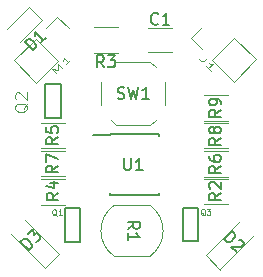
<source format=gbr>
G04 #@! TF.GenerationSoftware,KiCad,Pcbnew,(2017-06-21 revision 375ec9f)-master*
G04 #@! TF.CreationDate,2017-08-16T22:12:41-04:00*
G04 #@! TF.ProjectId,light_reactive_nodes,6C696768745F72656163746976655F6E,rev?*
G04 #@! TF.SameCoordinates,Original
G04 #@! TF.FileFunction,Legend,Top*
G04 #@! TF.FilePolarity,Positive*
%FSLAX46Y46*%
G04 Gerber Fmt 4.6, Leading zero omitted, Abs format (unit mm)*
G04 Created by KiCad (PCBNEW (2017-06-21 revision 375ec9f)-master) date Wed Aug 16 22:12:41 2017*
%MOMM*%
%LPD*%
G01*
G04 APERTURE LIST*
%ADD10C,0.100000*%
%ADD11C,0.120000*%
%ADD12C,0.150000*%
%ADD13C,0.152400*%
%ADD14C,0.125000*%
%ADD15C,0.050000*%
G04 APERTURE END LIST*
D10*
D11*
X103486522Y-118432574D02*
X101648045Y-120271051D01*
X101648045Y-120271051D02*
X103528949Y-122151955D01*
X103528949Y-122151955D02*
X105367426Y-120313478D01*
X105367426Y-120313478D02*
X103486522Y-118432574D01*
X104384548Y-117534548D02*
X105325000Y-116594096D01*
X105325000Y-116594096D02*
X106265452Y-117534548D01*
D12*
X109750000Y-126575000D02*
X108350000Y-126575000D01*
X109750000Y-131675000D02*
X113900000Y-131675000D01*
X109750000Y-126525000D02*
X113900000Y-126525000D01*
X109750000Y-131675000D02*
X109750000Y-131530000D01*
X113900000Y-131675000D02*
X113900000Y-131530000D01*
X113900000Y-126525000D02*
X113900000Y-126670000D01*
X109750000Y-126525000D02*
X109750000Y-126575000D01*
D11*
X110080487Y-132581751D02*
G75*
G03X110125000Y-136850000I1544513J-2118249D01*
G01*
X113153234Y-136865526D02*
G75*
G03X113175000Y-132550000I-1528234J2165526D01*
G01*
X113175000Y-136850000D02*
X110125000Y-136850000D01*
X113175000Y-132550000D02*
X110125000Y-132550000D01*
X118432574Y-120238478D02*
X120271051Y-122076955D01*
X120271051Y-122076955D02*
X122151955Y-120196051D01*
X122151955Y-120196051D02*
X120313478Y-118357574D01*
X120313478Y-118357574D02*
X118432574Y-120238478D01*
X117534548Y-119340452D02*
X116594096Y-118400000D01*
X116594096Y-118400000D02*
X117534548Y-117459548D01*
X117881192Y-136791726D02*
X119083274Y-137993808D01*
X119118629Y-137958452D02*
X121982412Y-135094670D01*
X117916548Y-136756371D02*
X120780330Y-133892588D01*
X103925000Y-127955000D02*
X105925000Y-127955000D01*
X105925000Y-130095000D02*
X103925000Y-130095000D01*
X110300000Y-125775000D02*
X109850000Y-125325000D01*
X109050000Y-124075000D02*
X109050000Y-122075000D01*
X109850000Y-120825000D02*
X110300000Y-120375000D01*
X110300000Y-120375000D02*
X113200000Y-120375000D01*
X113200000Y-120375000D02*
X113650000Y-120825000D01*
X114450000Y-122075000D02*
X114450000Y-124075000D01*
X113650000Y-125325000D02*
X113200000Y-125775000D01*
X113200000Y-125775000D02*
X110300000Y-125775000D01*
X117725000Y-123230000D02*
X119725000Y-123230000D01*
X119725000Y-125370000D02*
X117725000Y-125370000D01*
D13*
X104264600Y-122302600D02*
X105585400Y-122302600D01*
X105585400Y-122302600D02*
X105585400Y-125147400D01*
X105585400Y-125147400D02*
X104264600Y-125147400D01*
X104264600Y-125147400D02*
X104264600Y-122302600D01*
D11*
X104022056Y-116884315D02*
X102890685Y-115752944D01*
X102890685Y-115752944D02*
X101052208Y-117591421D01*
X104022056Y-116884315D02*
X102183579Y-118722792D01*
X104266726Y-137868808D02*
X105468808Y-136666726D01*
X105433452Y-136631371D02*
X102569670Y-133767588D01*
X104231371Y-137833452D02*
X101367588Y-134969670D01*
X119725000Y-132420000D02*
X117725000Y-132420000D01*
X117725000Y-130280000D02*
X119725000Y-130280000D01*
X103950000Y-130355000D02*
X105950000Y-130355000D01*
X105950000Y-132495000D02*
X103950000Y-132495000D01*
X105925000Y-127695000D02*
X103925000Y-127695000D01*
X103925000Y-125555000D02*
X105925000Y-125555000D01*
X117725000Y-127980000D02*
X119725000Y-127980000D01*
X119725000Y-130120000D02*
X117725000Y-130120000D01*
X117725000Y-125580000D02*
X119725000Y-125580000D01*
X119725000Y-127720000D02*
X117725000Y-127720000D01*
D13*
X105939600Y-132802600D02*
X107260400Y-132802600D01*
X107260400Y-132802600D02*
X107260400Y-135647400D01*
X107260400Y-135647400D02*
X105939600Y-135647400D01*
X105939600Y-135647400D02*
X105939600Y-132802600D01*
X117235400Y-132752600D02*
X117235400Y-135597400D01*
X115914600Y-132752600D02*
X117235400Y-132752600D01*
X115914600Y-135597400D02*
X115914600Y-132752600D01*
X117235400Y-135597400D02*
X115914600Y-135597400D01*
D11*
X110425000Y-119620000D02*
X108425000Y-119620000D01*
X108425000Y-117480000D02*
X110425000Y-117480000D01*
X113025000Y-119570000D02*
X115025000Y-119570000D01*
X115025000Y-117530000D02*
X113025000Y-117530000D01*
D14*
X105237521Y-121382360D02*
X104883967Y-121028807D01*
X105372208Y-121045643D01*
X105355372Y-120557402D01*
X105708925Y-120910956D01*
X106416032Y-120203849D02*
X106011971Y-120607910D01*
X106214001Y-120405879D02*
X105860448Y-120052326D01*
X105843612Y-120170177D01*
X105809940Y-120271192D01*
X105759433Y-120355372D01*
D12*
X110963095Y-128552380D02*
X110963095Y-129361904D01*
X111010714Y-129457142D01*
X111058333Y-129504761D01*
X111153571Y-129552380D01*
X111344047Y-129552380D01*
X111439285Y-129504761D01*
X111486904Y-129457142D01*
X111534523Y-129361904D01*
X111534523Y-128552380D01*
X112534523Y-129552380D02*
X111963095Y-129552380D01*
X112248809Y-129552380D02*
X112248809Y-128552380D01*
X112153571Y-128695238D01*
X112058333Y-128790476D01*
X111963095Y-128838095D01*
X111272619Y-134533333D02*
X111748809Y-134200000D01*
X111272619Y-133961904D02*
X112272619Y-133961904D01*
X112272619Y-134342857D01*
X112225000Y-134438095D01*
X112177380Y-134485714D01*
X112082142Y-134533333D01*
X111939285Y-134533333D01*
X111844047Y-134485714D01*
X111796428Y-134438095D01*
X111748809Y-134342857D01*
X111748809Y-133961904D01*
X111272619Y-135485714D02*
X111272619Y-134914285D01*
X111272619Y-135200000D02*
X112272619Y-135200000D01*
X112129761Y-135104761D01*
X112034523Y-135009523D01*
X111986904Y-134914285D01*
D14*
X117957910Y-120095685D02*
X117705372Y-120348223D01*
X117621192Y-120365059D01*
X117520177Y-120331387D01*
X117402326Y-120247208D01*
X117334982Y-120179864D01*
X118311463Y-121156345D02*
X117907402Y-120752284D01*
X118109433Y-120954314D02*
X118462986Y-120600761D01*
X118345135Y-120583925D01*
X118244120Y-120550253D01*
X118159940Y-120499746D01*
D12*
X119408206Y-135422969D02*
X120115312Y-134715862D01*
X120283671Y-134884221D01*
X120351015Y-135018908D01*
X120351015Y-135153595D01*
X120317343Y-135254610D01*
X120216328Y-135422969D01*
X120115312Y-135523984D01*
X119946954Y-135625000D01*
X119845938Y-135658671D01*
X119711251Y-135658671D01*
X119576564Y-135591328D01*
X119408206Y-135422969D01*
X120721404Y-135456641D02*
X120788748Y-135456641D01*
X120889763Y-135490312D01*
X121058122Y-135658671D01*
X121091793Y-135759687D01*
X121091793Y-135827030D01*
X121058122Y-135928045D01*
X120990778Y-135995389D01*
X120856091Y-136062732D01*
X120047969Y-136062732D01*
X120485702Y-136500465D01*
X105377380Y-129191666D02*
X104901190Y-129525000D01*
X105377380Y-129763095D02*
X104377380Y-129763095D01*
X104377380Y-129382142D01*
X104425000Y-129286904D01*
X104472619Y-129239285D01*
X104567857Y-129191666D01*
X104710714Y-129191666D01*
X104805952Y-129239285D01*
X104853571Y-129286904D01*
X104901190Y-129382142D01*
X104901190Y-129763095D01*
X104377380Y-128858333D02*
X104377380Y-128191666D01*
X105377380Y-128620238D01*
X110416666Y-123479761D02*
X110559523Y-123527380D01*
X110797619Y-123527380D01*
X110892857Y-123479761D01*
X110940476Y-123432142D01*
X110988095Y-123336904D01*
X110988095Y-123241666D01*
X110940476Y-123146428D01*
X110892857Y-123098809D01*
X110797619Y-123051190D01*
X110607142Y-123003571D01*
X110511904Y-122955952D01*
X110464285Y-122908333D01*
X110416666Y-122813095D01*
X110416666Y-122717857D01*
X110464285Y-122622619D01*
X110511904Y-122575000D01*
X110607142Y-122527380D01*
X110845238Y-122527380D01*
X110988095Y-122575000D01*
X111321428Y-122527380D02*
X111559523Y-123527380D01*
X111750000Y-122813095D01*
X111940476Y-123527380D01*
X112178571Y-122527380D01*
X113083333Y-123527380D02*
X112511904Y-123527380D01*
X112797619Y-123527380D02*
X112797619Y-122527380D01*
X112702380Y-122670238D01*
X112607142Y-122765476D01*
X112511904Y-122813095D01*
X119177380Y-124466666D02*
X118701190Y-124800000D01*
X119177380Y-125038095D02*
X118177380Y-125038095D01*
X118177380Y-124657142D01*
X118225000Y-124561904D01*
X118272619Y-124514285D01*
X118367857Y-124466666D01*
X118510714Y-124466666D01*
X118605952Y-124514285D01*
X118653571Y-124561904D01*
X118701190Y-124657142D01*
X118701190Y-125038095D01*
X119177380Y-123990476D02*
X119177380Y-123800000D01*
X119129761Y-123704761D01*
X119082142Y-123657142D01*
X118939285Y-123561904D01*
X118748809Y-123514285D01*
X118367857Y-123514285D01*
X118272619Y-123561904D01*
X118225000Y-123609523D01*
X118177380Y-123704761D01*
X118177380Y-123895238D01*
X118225000Y-123990476D01*
X118272619Y-124038095D01*
X118367857Y-124085714D01*
X118605952Y-124085714D01*
X118701190Y-124038095D01*
X118748809Y-123990476D01*
X118796428Y-123895238D01*
X118796428Y-123704761D01*
X118748809Y-123609523D01*
X118701190Y-123561904D01*
X118605952Y-123514285D01*
D15*
X102823018Y-123895307D02*
X102775365Y-123990615D01*
X102680057Y-124085922D01*
X102537095Y-124228884D01*
X102489442Y-124324191D01*
X102489442Y-124419499D01*
X102727711Y-124371845D02*
X102680057Y-124467153D01*
X102584749Y-124562460D01*
X102394134Y-124610114D01*
X102060557Y-124610114D01*
X101869942Y-124562460D01*
X101774635Y-124467153D01*
X101726981Y-124371845D01*
X101726981Y-124181230D01*
X101774635Y-124085922D01*
X101869942Y-123990615D01*
X102060557Y-123942961D01*
X102394134Y-123942961D01*
X102584749Y-123990615D01*
X102680057Y-124085922D01*
X102727711Y-124181230D01*
X102727711Y-124371845D01*
X101822288Y-123561730D02*
X101774635Y-123514077D01*
X101726981Y-123418769D01*
X101726981Y-123180500D01*
X101774635Y-123085192D01*
X101822288Y-123037539D01*
X101917596Y-122989885D01*
X102012904Y-122989885D01*
X102155865Y-123037539D01*
X102727711Y-123609384D01*
X102727711Y-122989885D01*
D12*
X103254340Y-119423164D02*
X102547233Y-118716058D01*
X102715592Y-118547699D01*
X102850279Y-118480355D01*
X102984966Y-118480355D01*
X103085981Y-118514027D01*
X103254340Y-118615042D01*
X103355355Y-118716058D01*
X103456371Y-118884416D01*
X103490042Y-118985432D01*
X103490042Y-119120119D01*
X103422699Y-119254806D01*
X103254340Y-119423164D01*
X104331836Y-118345668D02*
X103927775Y-118749729D01*
X104129806Y-118547699D02*
X103422699Y-117840592D01*
X103456371Y-118008951D01*
X103456371Y-118143638D01*
X103422699Y-118244653D01*
X102897969Y-136341793D02*
X102190862Y-135634687D01*
X102359221Y-135466328D01*
X102493908Y-135398984D01*
X102628595Y-135398984D01*
X102729610Y-135432656D01*
X102897969Y-135533671D01*
X102998984Y-135634687D01*
X103099999Y-135803045D01*
X103133671Y-135904061D01*
X103133671Y-136038748D01*
X103066328Y-136173435D01*
X102897969Y-136341793D01*
X102830625Y-134994923D02*
X103268358Y-134557190D01*
X103302030Y-135062267D01*
X103403045Y-134961251D01*
X103504061Y-134927580D01*
X103571404Y-134927580D01*
X103672419Y-134961251D01*
X103840778Y-135129610D01*
X103874450Y-135230625D01*
X103874450Y-135297969D01*
X103840778Y-135398984D01*
X103638748Y-135601015D01*
X103537732Y-135634687D01*
X103470389Y-135634687D01*
X119177380Y-131516666D02*
X118701190Y-131850000D01*
X119177380Y-132088095D02*
X118177380Y-132088095D01*
X118177380Y-131707142D01*
X118225000Y-131611904D01*
X118272619Y-131564285D01*
X118367857Y-131516666D01*
X118510714Y-131516666D01*
X118605952Y-131564285D01*
X118653571Y-131611904D01*
X118701190Y-131707142D01*
X118701190Y-132088095D01*
X118272619Y-131135714D02*
X118225000Y-131088095D01*
X118177380Y-130992857D01*
X118177380Y-130754761D01*
X118225000Y-130659523D01*
X118272619Y-130611904D01*
X118367857Y-130564285D01*
X118463095Y-130564285D01*
X118605952Y-130611904D01*
X119177380Y-131183333D01*
X119177380Y-130564285D01*
X105402380Y-131491666D02*
X104926190Y-131825000D01*
X105402380Y-132063095D02*
X104402380Y-132063095D01*
X104402380Y-131682142D01*
X104450000Y-131586904D01*
X104497619Y-131539285D01*
X104592857Y-131491666D01*
X104735714Y-131491666D01*
X104830952Y-131539285D01*
X104878571Y-131586904D01*
X104926190Y-131682142D01*
X104926190Y-132063095D01*
X104735714Y-130634523D02*
X105402380Y-130634523D01*
X104354761Y-130872619D02*
X105069047Y-131110714D01*
X105069047Y-130491666D01*
X105377380Y-126791666D02*
X104901190Y-127125000D01*
X105377380Y-127363095D02*
X104377380Y-127363095D01*
X104377380Y-126982142D01*
X104425000Y-126886904D01*
X104472619Y-126839285D01*
X104567857Y-126791666D01*
X104710714Y-126791666D01*
X104805952Y-126839285D01*
X104853571Y-126886904D01*
X104901190Y-126982142D01*
X104901190Y-127363095D01*
X104377380Y-125886904D02*
X104377380Y-126363095D01*
X104853571Y-126410714D01*
X104805952Y-126363095D01*
X104758333Y-126267857D01*
X104758333Y-126029761D01*
X104805952Y-125934523D01*
X104853571Y-125886904D01*
X104948809Y-125839285D01*
X105186904Y-125839285D01*
X105282142Y-125886904D01*
X105329761Y-125934523D01*
X105377380Y-126029761D01*
X105377380Y-126267857D01*
X105329761Y-126363095D01*
X105282142Y-126410714D01*
X119177380Y-129216666D02*
X118701190Y-129550000D01*
X119177380Y-129788095D02*
X118177380Y-129788095D01*
X118177380Y-129407142D01*
X118225000Y-129311904D01*
X118272619Y-129264285D01*
X118367857Y-129216666D01*
X118510714Y-129216666D01*
X118605952Y-129264285D01*
X118653571Y-129311904D01*
X118701190Y-129407142D01*
X118701190Y-129788095D01*
X118177380Y-128359523D02*
X118177380Y-128550000D01*
X118225000Y-128645238D01*
X118272619Y-128692857D01*
X118415476Y-128788095D01*
X118605952Y-128835714D01*
X118986904Y-128835714D01*
X119082142Y-128788095D01*
X119129761Y-128740476D01*
X119177380Y-128645238D01*
X119177380Y-128454761D01*
X119129761Y-128359523D01*
X119082142Y-128311904D01*
X118986904Y-128264285D01*
X118748809Y-128264285D01*
X118653571Y-128311904D01*
X118605952Y-128359523D01*
X118558333Y-128454761D01*
X118558333Y-128645238D01*
X118605952Y-128740476D01*
X118653571Y-128788095D01*
X118748809Y-128835714D01*
X119177380Y-126841666D02*
X118701190Y-127175000D01*
X119177380Y-127413095D02*
X118177380Y-127413095D01*
X118177380Y-127032142D01*
X118225000Y-126936904D01*
X118272619Y-126889285D01*
X118367857Y-126841666D01*
X118510714Y-126841666D01*
X118605952Y-126889285D01*
X118653571Y-126936904D01*
X118701190Y-127032142D01*
X118701190Y-127413095D01*
X118605952Y-126270238D02*
X118558333Y-126365476D01*
X118510714Y-126413095D01*
X118415476Y-126460714D01*
X118367857Y-126460714D01*
X118272619Y-126413095D01*
X118225000Y-126365476D01*
X118177380Y-126270238D01*
X118177380Y-126079761D01*
X118225000Y-125984523D01*
X118272619Y-125936904D01*
X118367857Y-125889285D01*
X118415476Y-125889285D01*
X118510714Y-125936904D01*
X118558333Y-125984523D01*
X118605952Y-126079761D01*
X118605952Y-126270238D01*
X118653571Y-126365476D01*
X118701190Y-126413095D01*
X118796428Y-126460714D01*
X118986904Y-126460714D01*
X119082142Y-126413095D01*
X119129761Y-126365476D01*
X119177380Y-126270238D01*
X119177380Y-126079761D01*
X119129761Y-125984523D01*
X119082142Y-125936904D01*
X118986904Y-125889285D01*
X118796428Y-125889285D01*
X118701190Y-125936904D01*
X118653571Y-125984523D01*
X118605952Y-126079761D01*
D15*
X105252380Y-133423809D02*
X105204761Y-133400000D01*
X105157142Y-133352380D01*
X105085714Y-133280952D01*
X105038095Y-133257142D01*
X104990476Y-133257142D01*
X105014285Y-133376190D02*
X104966666Y-133352380D01*
X104919047Y-133304761D01*
X104895238Y-133209523D01*
X104895238Y-133042857D01*
X104919047Y-132947619D01*
X104966666Y-132900000D01*
X105014285Y-132876190D01*
X105109523Y-132876190D01*
X105157142Y-132900000D01*
X105204761Y-132947619D01*
X105228571Y-133042857D01*
X105228571Y-133209523D01*
X105204761Y-133304761D01*
X105157142Y-133352380D01*
X105109523Y-133376190D01*
X105014285Y-133376190D01*
X105704761Y-133376190D02*
X105419047Y-133376190D01*
X105561904Y-133376190D02*
X105561904Y-132876190D01*
X105514285Y-132947619D01*
X105466666Y-132995238D01*
X105419047Y-133019047D01*
X117827380Y-133398809D02*
X117779761Y-133375000D01*
X117732142Y-133327380D01*
X117660714Y-133255952D01*
X117613095Y-133232142D01*
X117565476Y-133232142D01*
X117589285Y-133351190D02*
X117541666Y-133327380D01*
X117494047Y-133279761D01*
X117470238Y-133184523D01*
X117470238Y-133017857D01*
X117494047Y-132922619D01*
X117541666Y-132875000D01*
X117589285Y-132851190D01*
X117684523Y-132851190D01*
X117732142Y-132875000D01*
X117779761Y-132922619D01*
X117803571Y-133017857D01*
X117803571Y-133184523D01*
X117779761Y-133279761D01*
X117732142Y-133327380D01*
X117684523Y-133351190D01*
X117589285Y-133351190D01*
X117970238Y-132851190D02*
X118279761Y-132851190D01*
X118113095Y-133041666D01*
X118184523Y-133041666D01*
X118232142Y-133065476D01*
X118255952Y-133089285D01*
X118279761Y-133136904D01*
X118279761Y-133255952D01*
X118255952Y-133303571D01*
X118232142Y-133327380D01*
X118184523Y-133351190D01*
X118041666Y-133351190D01*
X117994047Y-133327380D01*
X117970238Y-133303571D01*
D12*
X109258333Y-120852380D02*
X108925000Y-120376190D01*
X108686904Y-120852380D02*
X108686904Y-119852380D01*
X109067857Y-119852380D01*
X109163095Y-119900000D01*
X109210714Y-119947619D01*
X109258333Y-120042857D01*
X109258333Y-120185714D01*
X109210714Y-120280952D01*
X109163095Y-120328571D01*
X109067857Y-120376190D01*
X108686904Y-120376190D01*
X109591666Y-119852380D02*
X110210714Y-119852380D01*
X109877380Y-120233333D01*
X110020238Y-120233333D01*
X110115476Y-120280952D01*
X110163095Y-120328571D01*
X110210714Y-120423809D01*
X110210714Y-120661904D01*
X110163095Y-120757142D01*
X110115476Y-120804761D01*
X110020238Y-120852380D01*
X109734523Y-120852380D01*
X109639285Y-120804761D01*
X109591666Y-120757142D01*
X113858333Y-117157142D02*
X113810714Y-117204761D01*
X113667857Y-117252380D01*
X113572619Y-117252380D01*
X113429761Y-117204761D01*
X113334523Y-117109523D01*
X113286904Y-117014285D01*
X113239285Y-116823809D01*
X113239285Y-116680952D01*
X113286904Y-116490476D01*
X113334523Y-116395238D01*
X113429761Y-116300000D01*
X113572619Y-116252380D01*
X113667857Y-116252380D01*
X113810714Y-116300000D01*
X113858333Y-116347619D01*
X114810714Y-117252380D02*
X114239285Y-117252380D01*
X114525000Y-117252380D02*
X114525000Y-116252380D01*
X114429761Y-116395238D01*
X114334523Y-116490476D01*
X114239285Y-116538095D01*
M02*

</source>
